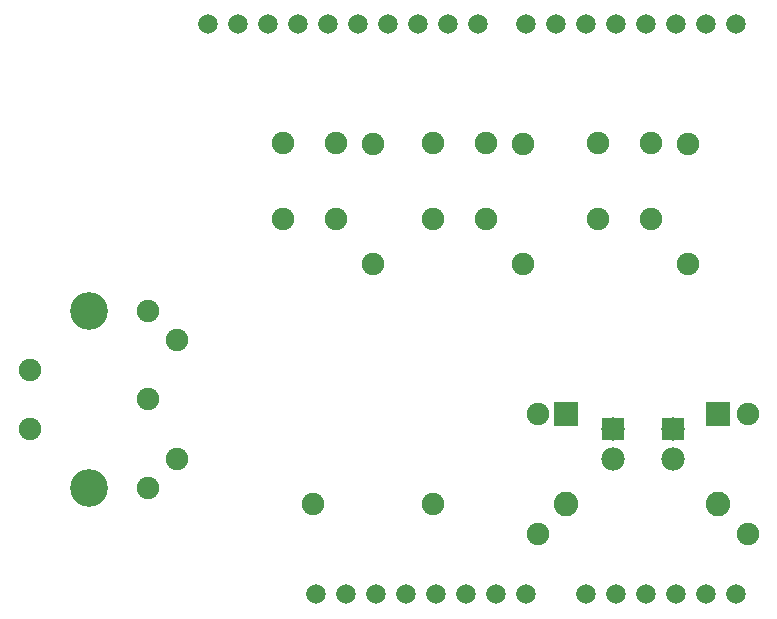
<source format=gtl>
G04 MADE WITH FRITZING*
G04 WWW.FRITZING.ORG*
G04 DOUBLE SIDED*
G04 HOLES PLATED*
G04 CONTOUR ON CENTER OF CONTOUR VECTOR*
%FSLAX26Y26*%
%MOIN*%
%ADD10C,0.065278*%
%ADD11C,0.078000*%
%ADD12C,0.075000*%
%ADD13C,0.082000*%
%ADD14C,0.126000*%
%ADD15R,0.078000X0.078000*%
%ADD16R,0.082000X0.082000*%
G04 COPPER1*
%FSLAX26Y26*%
%MOIN*%
D10*
X2108180Y104040D03*
X2208160Y104040D03*
X2308200Y104040D03*
X2408190Y104040D03*
X2508190Y104040D03*
X1648160Y2004040D03*
X1548190Y2004040D03*
X1448180Y2004040D03*
X1348180Y2004040D03*
X1248180Y2004040D03*
X1148180Y2004040D03*
X1048180Y2004040D03*
X948173Y2004040D03*
X848173Y2004040D03*
X748159Y2004040D03*
X2508190Y2004040D03*
X2408190Y2004040D03*
X2308200Y2004040D03*
X2208160Y2004040D03*
X2108180Y2004040D03*
X2008190Y2004040D03*
X1908190Y2004040D03*
X1808180Y2004040D03*
X1208180Y104040D03*
X1108180Y104040D03*
X1308180Y104040D03*
X1408190Y104040D03*
X1508190Y104040D03*
X1608180Y104040D03*
X1708160Y104040D03*
X1808180Y104040D03*
X2008190Y104040D03*
D11*
X2098170Y654040D03*
X2098170Y554040D03*
X2298170Y654040D03*
X2298170Y554040D03*
D12*
X2348170Y1604040D03*
X2348170Y1204040D03*
X1798170Y1604040D03*
X1798170Y1204040D03*
X1298170Y1604040D03*
X1298170Y1204040D03*
X1848170Y704040D03*
X1848170Y304040D03*
X2548170Y704040D03*
X2548170Y304040D03*
D13*
X1942800Y704200D03*
X1942800Y406200D03*
X2448170Y704040D03*
X2448170Y406040D03*
D12*
X1175340Y1609952D03*
X1175340Y1354042D03*
X998168Y1609952D03*
X998168Y1354042D03*
X1675340Y1609952D03*
X1675340Y1354042D03*
X1498170Y1609952D03*
X1498170Y1354042D03*
X2225340Y1609952D03*
X2225340Y1354042D03*
X2048170Y1609952D03*
X2048170Y1354042D03*
X548173Y1049320D03*
X646593Y950890D03*
X548173Y754050D03*
X646593Y557200D03*
X548173Y458780D03*
X154473Y852470D03*
D14*
X351323Y458780D03*
X351323Y1049320D03*
D12*
X154473Y655620D03*
X1098170Y404040D03*
X1498170Y404040D03*
D15*
X2098170Y654040D03*
X2298170Y654040D03*
D16*
X1942800Y705200D03*
X2448170Y705040D03*
G04 End of Copper1*
M02*
</source>
